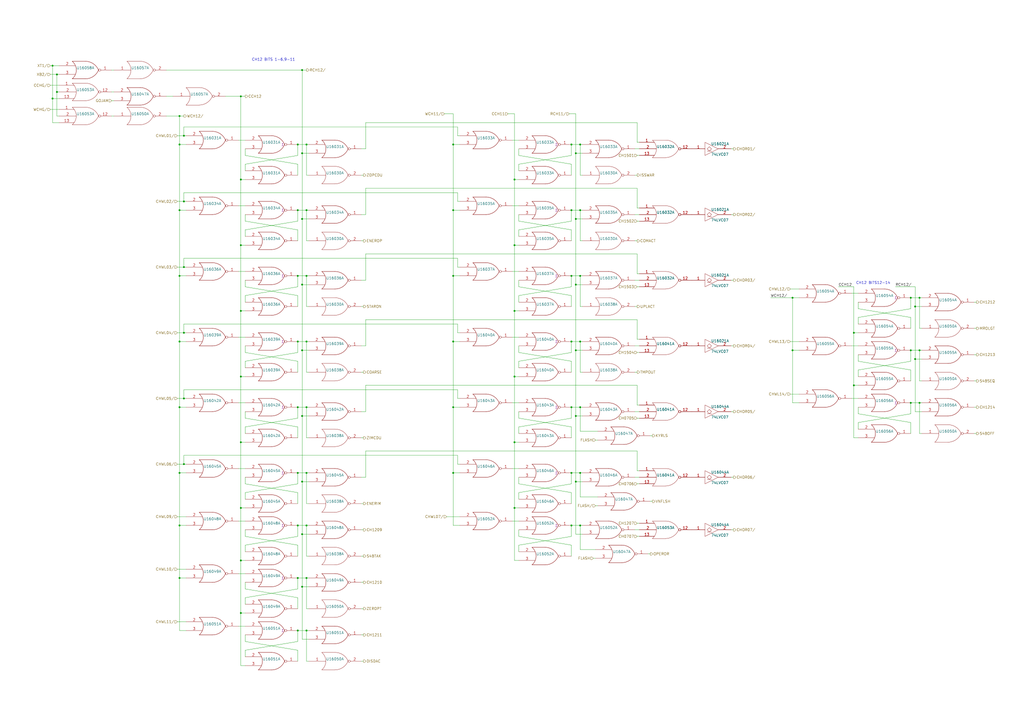
<source format=kicad_sch>
(kicad_sch (version 20211123) (generator eeschema)
  (paper "A2")
  (junction (at 177.8 83.82))
  (junction (at 334.01 203.2))
  (junction (at 175.26 127))
  (junction (at 104.14 274.32))
  (junction (at 262.89 83.82))
  (junction (at 533.4 172.72))
  (junction (at 331.47 160.02))
  (junction (at 172.72 236.22))
  (junction (at 177.8 335.28))
  (junction (at 331.47 121.92))
  (junction (at 30.48 38.1))
  (junction (at 334.01 241.3))
  (junction (at 334.01 279.4))
  (junction (at 175.26 309.88))
  (junction (at 298.45 256.54))
  (junction (at 298.45 104.14))
  (junction (at 30.48 57.15))
  (junction (at 177.8 198.12))
  (junction (at 528.32 233.68))
  (junction (at 139.7 218.44))
  (junction (at 298.45 294.64))
  (junction (at 336.55 83.82))
  (junction (at 331.47 83.82))
  (junction (at 106.68 269.24))
  (junction (at 459.74 172.72))
  (junction (at 172.72 365.76))
  (junction (at 175.26 40.64))
  (junction (at 172.72 274.32))
  (junction (at 104.14 67.31))
  (junction (at 298.45 142.24))
  (junction (at 139.7 142.24))
  (junction (at 336.55 274.32))
  (junction (at 262.89 121.92))
  (junction (at 104.14 198.12))
  (junction (at 495.3 193.04))
  (junction (at 262.89 160.02))
  (junction (at 334.01 127))
  (junction (at 336.55 121.92))
  (junction (at 139.7 104.14))
  (junction (at 177.8 160.02))
  (junction (at 298.45 218.44))
  (junction (at 336.55 304.8))
  (junction (at 139.7 325.12))
  (junction (at 175.26 279.4))
  (junction (at 177.8 274.32))
  (junction (at 331.47 274.32))
  (junction (at 175.26 165.1))
  (junction (at 172.72 160.02))
  (junction (at 528.32 172.72))
  (junction (at 106.68 231.14))
  (junction (at 262.89 274.32))
  (junction (at 106.68 116.84))
  (junction (at 533.4 203.2))
  (junction (at 139.7 256.54))
  (junction (at 172.72 198.12))
  (junction (at 262.89 236.22))
  (junction (at 172.72 83.82))
  (junction (at 175.26 88.9))
  (junction (at 495.3 223.52))
  (junction (at 334.01 88.9))
  (junction (at 172.72 121.92))
  (junction (at 33.02 53.34))
  (junction (at 530.86 208.28))
  (junction (at 331.47 304.8))
  (junction (at 172.72 304.8))
  (junction (at 336.55 160.02))
  (junction (at 177.8 304.8))
  (junction (at 336.55 198.12))
  (junction (at 175.26 203.2))
  (junction (at 530.86 177.8))
  (junction (at 533.4 233.68))
  (junction (at 104.14 335.28))
  (junction (at 331.47 198.12))
  (junction (at 33.02 43.18))
  (junction (at 139.7 355.6))
  (junction (at 104.14 121.92))
  (junction (at 104.14 236.22))
  (junction (at 298.45 180.34))
  (junction (at 331.47 236.22))
  (junction (at 106.68 193.04))
  (junction (at 139.7 294.64))
  (junction (at 528.32 203.2))
  (junction (at 104.14 160.02))
  (junction (at 106.68 78.74))
  (junction (at 177.8 365.76))
  (junction (at 459.74 203.2))
  (junction (at 175.26 241.3))
  (junction (at 175.26 340.36))
  (junction (at 262.89 198.12))
  (junction (at 104.14 83.82))
  (junction (at 177.8 236.22))
  (junction (at 139.7 55.88))
  (junction (at 177.8 121.92))
  (junction (at 139.7 180.34))
  (junction (at 334.01 165.1))
  (junction (at 106.68 154.94))
  (junction (at 172.72 335.28))
  (junction (at 336.55 236.22))
  (junction (at 104.14 304.8))
  (wire (pts (xy 369.57 120.65) (xy 370.84 120.65)))
  (wire (pts (xy 331.47 166.37) (xy 300.99 171.45)))
  (wire (pts (xy 104.14 160.02) (xy 104.14 198.12)))
  (wire (pts (xy 370.84 204.47) (xy 369.57 204.47)))
  (wire (pts (xy 106.68 193.04) (xy 106.68 187.96)))
  (wire (pts (xy 331.47 292.1) (xy 331.47 285.75)))
  (wire (pts (xy 447.04 172.72) (xy 459.74 172.72)))
  (wire (pts (xy 370.84 238.76) (xy 368.3 238.76)))
  (wire (pts (xy 104.14 236.22) (xy 104.14 274.32)))
  (wire (pts (xy 331.47 198.12) (xy 331.47 204.47)))
  (wire (pts (xy 106.68 269.24) (xy 106.68 264.16)))
  (wire (pts (xy 566.42 175.26) (xy 565.15 175.26)))
  (wire (pts (xy 331.47 139.7) (xy 331.47 133.35)))
  (wire (pts (xy 533.4 172.72) (xy 534.67 172.72)))
  (wire (pts (xy 102.87 269.24) (xy 106.68 269.24)))
  (wire (pts (xy 459.74 233.68) (xy 463.55 233.68)))
  (wire (pts (xy 104.14 198.12) (xy 104.14 236.22)))
  (wire (pts (xy 139.7 180.34) (xy 142.24 180.34)))
  (wire (pts (xy 331.47 274.32) (xy 331.47 280.67)))
  (wire (pts (xy 175.26 88.9) (xy 179.07 88.9)))
  (wire (pts (xy 212.09 200.66) (xy 212.09 185.42)))
  (wire (pts (xy 265.43 73.66) (xy 265.43 78.74)))
  (wire (pts (xy 142.24 133.35) (xy 142.24 137.16)))
  (wire (pts (xy 336.55 177.8) (xy 337.82 177.8)))
  (wire (pts (xy 138.43 195.58) (xy 142.24 195.58)))
  (wire (pts (xy 142.24 90.17) (xy 142.24 86.36)))
  (wire (pts (xy 142.24 166.37) (xy 142.24 162.56)))
  (wire (pts (xy 96.52 40.64) (xy 175.26 40.64)))
  (wire (pts (xy 142.24 247.65) (xy 142.24 251.46)))
  (wire (pts (xy 528.32 172.72) (xy 533.4 172.72)))
  (wire (pts (xy 331.47 83.82) (xy 331.47 90.17)))
  (wire (pts (xy 175.26 40.64) (xy 177.8 40.64)))
  (wire (pts (xy 106.68 116.84) (xy 107.95 116.84)))
  (wire (pts (xy 265.43 154.94) (xy 266.7 154.94)))
  (wire (pts (xy 106.68 111.76) (xy 265.43 111.76)))
  (wire (pts (xy 210.82 254) (xy 209.55 254)))
  (wire (pts (xy 369.57 109.22) (xy 369.57 120.65)))
  (wire (pts (xy 370.84 276.86) (xy 368.3 276.86)))
  (wire (pts (xy 459.74 172.72) (xy 459.74 203.2)))
  (wire (pts (xy 262.89 274.32) (xy 262.89 304.8)))
  (wire (pts (xy 495.3 166.37) (xy 486.41 166.37)))
  (wire (pts (xy 139.7 104.14) (xy 142.24 104.14)))
  (wire (pts (xy 106.68 78.74) (xy 106.68 73.66)))
  (wire (pts (xy 142.24 204.47) (xy 142.24 200.66)))
  (wire (pts (xy 566.42 205.74) (xy 565.15 205.74)))
  (wire (pts (xy 297.18 302.26) (xy 300.99 302.26)))
  (wire (pts (xy 331.47 311.15) (xy 300.99 316.23)))
  (wire (pts (xy 172.72 171.45) (xy 142.24 166.37)))
  (wire (pts (xy 177.8 83.82) (xy 177.8 101.6)))
  (wire (pts (xy 331.47 83.82) (xy 336.55 83.82)))
  (wire (pts (xy 297.18 195.58) (xy 300.99 195.58)))
  (wire (pts (xy 297.18 81.28) (xy 300.99 81.28)))
  (wire (pts (xy 336.55 101.6) (xy 337.82 101.6)))
  (wire (pts (xy 104.14 67.31) (xy 106.68 67.31)))
  (wire (pts (xy 138.43 157.48) (xy 142.24 157.48)))
  (wire (pts (xy 262.89 66.04) (xy 262.89 83.82)))
  (wire (pts (xy 262.89 198.12) (xy 266.7 198.12)))
  (wire (pts (xy 331.47 304.8) (xy 336.55 304.8)))
  (wire (pts (xy 130.81 55.88) (xy 139.7 55.88)))
  (wire (pts (xy 30.48 71.12) (xy 34.29 71.12)))
  (wire (pts (xy 172.72 274.32) (xy 177.8 274.32)))
  (wire (pts (xy 331.47 121.92) (xy 331.47 128.27)))
  (wire (pts (xy 331.47 198.12) (xy 336.55 198.12)))
  (wire (pts (xy 172.72 128.27) (xy 142.24 133.35)))
  (wire (pts (xy 142.24 95.25) (xy 142.24 99.06)))
  (wire (pts (xy 298.45 180.34) (xy 300.99 180.34)))
  (wire (pts (xy 336.55 83.82) (xy 337.82 83.82)))
  (wire (pts (xy 300.99 171.45) (xy 300.99 175.26)))
  (wire (pts (xy 262.89 66.04) (xy 257.81 66.04)))
  (wire (pts (xy 139.7 355.6) (xy 139.7 386.08)))
  (wire (pts (xy 139.7 325.12) (xy 139.7 355.6)))
  (wire (pts (xy 265.43 231.14) (xy 266.7 231.14)))
  (wire (pts (xy 497.84 184.15) (xy 497.84 187.96)))
  (wire (pts (xy 177.8 274.32) (xy 177.8 292.1)))
  (wire (pts (xy 104.14 274.32) (xy 104.14 304.8)))
  (wire (pts (xy 458.47 198.12) (xy 463.55 198.12)))
  (wire (pts (xy 530.86 166.37) (xy 519.43 166.37)))
  (wire (pts (xy 175.26 203.2) (xy 179.07 203.2)))
  (wire (pts (xy 212.09 238.76) (xy 212.09 223.52)))
  (wire (pts (xy 138.43 81.28) (xy 142.24 81.28)))
  (wire (pts (xy 336.55 250.19) (xy 346.71 250.19)))
  (wire (pts (xy 175.26 40.64) (xy 175.26 88.9)))
  (wire (pts (xy 212.09 109.22) (xy 369.57 109.22)))
  (wire (pts (xy 102.87 154.94) (xy 106.68 154.94)))
  (wire (pts (xy 172.72 121.92) (xy 177.8 121.92)))
  (wire (pts (xy 104.14 274.32) (xy 107.95 274.32)))
  (wire (pts (xy 172.72 247.65) (xy 142.24 242.57)))
  (wire (pts (xy 66.04 53.34) (xy 64.77 53.34)))
  (wire (pts (xy 336.55 274.32) (xy 336.55 288.29)))
  (wire (pts (xy 530.86 177.8) (xy 534.67 177.8)))
  (wire (pts (xy 172.72 121.92) (xy 172.72 128.27)))
  (wire (pts (xy 172.72 377.19) (xy 142.24 372.11)))
  (wire (pts (xy 528.32 220.98) (xy 528.32 214.63)))
  (wire (pts (xy 102.87 360.68) (xy 107.95 360.68)))
  (wire (pts (xy 212.09 86.36) (xy 212.09 71.12)))
  (wire (pts (xy 300.99 90.17) (xy 300.99 86.36)))
  (wire (pts (xy 177.8 236.22) (xy 179.07 236.22)))
  (wire (pts (xy 139.7 180.34) (xy 139.7 218.44)))
  (wire (pts (xy 33.02 67.31) (xy 34.29 67.31)))
  (wire (pts (xy 458.47 167.64) (xy 463.55 167.64)))
  (wire (pts (xy 265.43 111.76) (xy 265.43 116.84)))
  (wire (pts (xy 369.57 215.9) (xy 368.3 215.9)))
  (wire (pts (xy 142.24 171.45) (xy 142.24 175.26)))
  (wire (pts (xy 96.52 55.88) (xy 100.33 55.88)))
  (wire (pts (xy 566.42 236.22) (xy 565.15 236.22)))
  (wire (pts (xy 331.47 274.32) (xy 336.55 274.32)))
  (wire (pts (xy 300.99 204.47) (xy 300.99 200.66)))
  (wire (pts (xy 331.47 247.65) (xy 300.99 242.57)))
  (wire (pts (xy 104.14 335.28) (xy 104.14 365.76)))
  (wire (pts (xy 142.24 346.71) (xy 142.24 350.52)))
  (wire (pts (xy 177.8 121.92) (xy 177.8 139.7)))
  (wire (pts (xy 102.87 330.2) (xy 107.95 330.2)))
  (wire (pts (xy 104.14 160.02) (xy 107.95 160.02)))
  (wire (pts (xy 369.57 82.55) (xy 370.84 82.55)))
  (wire (pts (xy 139.7 294.64) (xy 139.7 325.12)))
  (wire (pts (xy 300.99 133.35) (xy 300.99 137.16)))
  (wire (pts (xy 212.09 162.56) (xy 212.09 147.32)))
  (wire (pts (xy 34.29 49.53) (xy 29.21 49.53)))
  (wire (pts (xy 336.55 198.12) (xy 336.55 215.9)))
  (wire (pts (xy 177.8 121.92) (xy 179.07 121.92)))
  (wire (pts (xy 369.57 147.32) (xy 369.57 158.75)))
  (wire (pts (xy 212.09 223.52) (xy 369.57 223.52)))
  (wire (pts (xy 298.45 218.44) (xy 298.45 256.54)))
  (wire (pts (xy 262.89 236.22) (xy 262.89 274.32)))
  (wire (pts (xy 210.82 215.9) (xy 209.55 215.9)))
  (wire (pts (xy 331.47 171.45) (xy 300.99 166.37)))
  (wire (pts (xy 177.8 139.7) (xy 179.07 139.7)))
  (wire (pts (xy 175.26 279.4) (xy 175.26 309.88)))
  (wire (pts (xy 139.7 104.14) (xy 139.7 142.24)))
  (wire (pts (xy 459.74 203.2) (xy 459.74 233.68)))
  (wire (pts (xy 334.01 165.1) (xy 334.01 203.2)))
  (wire (pts (xy 172.72 236.22) (xy 172.72 242.57)))
  (wire (pts (xy 102.87 231.14) (xy 106.68 231.14)))
  (wire (pts (xy 172.72 166.37) (xy 142.24 171.45)))
  (wire (pts (xy 138.43 363.22) (xy 142.24 363.22)))
  (wire (pts (xy 29.21 43.18) (xy 33.02 43.18)))
  (wire (pts (xy 104.14 121.92) (xy 104.14 160.02)))
  (wire (pts (xy 66.04 58.42) (xy 64.77 58.42)))
  (wire (pts (xy 495.3 166.37) (xy 495.3 193.04)))
  (wire (pts (xy 34.29 63.5) (xy 29.21 63.5)))
  (wire (pts (xy 175.26 370.84) (xy 179.07 370.84)))
  (wire (pts (xy 533.4 233.68) (xy 534.67 233.68)))
  (wire (pts (xy 172.72 304.8) (xy 172.72 311.15)))
  (wire (pts (xy 172.72 133.35) (xy 142.24 128.27)))
  (wire (pts (xy 265.43 116.84) (xy 266.7 116.84)))
  (wire (pts (xy 334.01 279.4) (xy 337.82 279.4)))
  (wire (pts (xy 177.8 365.76) (xy 179.07 365.76)))
  (wire (pts (xy 30.48 57.15) (xy 30.48 71.12)))
  (wire (pts (xy 106.68 154.94) (xy 106.68 149.86)))
  (wire (pts (xy 528.32 240.03) (xy 497.84 245.11)))
  (wire (pts (xy 377.19 321.31) (xy 375.92 321.31)))
  (wire (pts (xy 528.32 203.2) (xy 533.4 203.2)))
  (wire (pts (xy 331.47 121.92) (xy 336.55 121.92)))
  (wire (pts (xy 142.24 341.63) (xy 142.24 337.82)))
  (wire (pts (xy 142.24 311.15) (xy 142.24 307.34)))
  (wire (pts (xy 497.84 209.55) (xy 497.84 205.74)))
  (wire (pts (xy 172.72 335.28) (xy 172.72 341.63)))
  (wire (pts (xy 265.43 193.04) (xy 266.7 193.04)))
  (wire (pts (xy 528.32 214.63) (xy 497.84 209.55)))
  (wire (pts (xy 172.72 365.76) (xy 177.8 365.76)))
  (wire (pts (xy 370.84 307.34) (xy 368.3 307.34)))
  (wire (pts (xy 177.8 177.8) (xy 179.07 177.8)))
  (wire (pts (xy 172.72 204.47) (xy 142.24 209.55)))
  (wire (pts (xy 458.47 228.6) (xy 463.55 228.6)))
  (wire (pts (xy 175.26 279.4) (xy 179.07 279.4)))
  (wire (pts (xy 495.3 223.52) (xy 495.3 254)))
  (wire (pts (xy 265.43 78.74) (xy 266.7 78.74)))
  (wire (pts (xy 530.86 208.28) (xy 530.86 238.76)))
  (wire (pts (xy 530.86 177.8) (xy 530.86 208.28)))
  (wire (pts (xy 172.72 311.15) (xy 142.24 316.23)))
  (wire (pts (xy 298.45 256.54) (xy 298.45 294.64)))
  (wire (pts (xy 300.99 316.23) (xy 300.99 320.04)))
  (wire (pts (xy 142.24 316.23) (xy 142.24 320.04)))
  (wire (pts (xy 33.02 53.34) (xy 34.29 53.34)))
  (wire (pts (xy 175.26 241.3) (xy 179.07 241.3)))
  (wire (pts (xy 300.99 209.55) (xy 300.99 213.36)))
  (wire (pts (xy 369.57 71.12) (xy 369.57 82.55)))
  (wire (pts (xy 142.24 377.19) (xy 142.24 381)))
  (wire (pts (xy 370.84 128.27) (xy 369.57 128.27)))
  (wire (pts (xy 106.68 154.94) (xy 107.95 154.94)))
  (wire (pts (xy 172.72 95.25) (xy 142.24 90.17)))
  (wire (pts (xy 139.7 355.6) (xy 142.24 355.6)))
  (wire (pts (xy 298.45 104.14) (xy 298.45 142.24)))
  (wire (pts (xy 177.8 254) (xy 179.07 254)))
  (wire (pts (xy 33.02 53.34) (xy 33.02 67.31)))
  (wire (pts (xy 331.47 236.22) (xy 331.47 242.57)))
  (wire (pts (xy 177.8 198.12) (xy 177.8 215.9)))
  (wire (pts (xy 331.47 236.22) (xy 336.55 236.22)))
  (wire (pts (xy 262.89 160.02) (xy 262.89 198.12)))
  (wire (pts (xy 334.01 203.2) (xy 337.82 203.2)))
  (wire (pts (xy 300.99 104.14) (xy 298.45 104.14)))
  (wire (pts (xy 300.99 166.37) (xy 300.99 162.56)))
  (wire (pts (xy 336.55 318.77) (xy 345.44 318.77)))
  (wire (pts (xy 104.14 335.28) (xy 107.95 335.28)))
  (wire (pts (xy 106.68 78.74) (xy 107.95 78.74)))
  (wire (pts (xy 106.68 264.16) (xy 265.43 264.16)))
  (wire (pts (xy 139.7 218.44) (xy 142.24 218.44)))
  (wire (pts (xy 139.7 294.64) (xy 142.24 294.64)))
  (wire (pts (xy 106.68 231.14) (xy 106.68 226.06)))
  (wire (pts (xy 106.68 187.96) (xy 265.43 187.96)))
  (wire (pts (xy 300.99 95.25) (xy 300.99 99.06)))
  (wire (pts (xy 139.7 218.44) (xy 139.7 256.54)))
  (wire (pts (xy 210.82 368.3) (xy 209.55 368.3)))
  (wire (pts (xy 106.68 149.86) (xy 265.43 149.86)))
  (wire (pts (xy 106.68 116.84) (xy 106.68 111.76)))
  (wire (pts (xy 212.09 124.46) (xy 212.09 109.22)))
  (wire (pts (xy 177.8 83.82) (xy 179.07 83.82)))
  (wire (pts (xy 495.3 193.04) (xy 497.84 193.04)))
  (wire (pts (xy 369.57 177.8) (xy 368.3 177.8)))
  (wire (pts (xy 533.4 233.68) (xy 533.4 251.46)))
  (wire (pts (xy 209.55 124.46) (xy 212.09 124.46)))
  (wire (pts (xy 104.14 121.92) (xy 107.95 121.92)))
  (wire (pts (xy 331.47 322.58) (xy 331.47 316.23)))
  (wire (pts (xy 334.01 66.04) (xy 334.01 88.9)))
  (wire (pts (xy 104.14 304.8) (xy 104.14 335.28)))
  (wire (pts (xy 210.82 322.58) (xy 209.55 322.58)))
  (wire (pts (xy 528.32 233.68) (xy 533.4 233.68)))
  (wire (pts (xy 297.18 119.38) (xy 300.99 119.38)))
  (wire (pts (xy 172.72 316.23) (xy 142.24 311.15)))
  (wire (pts (xy 64.77 40.64) (xy 66.04 40.64)))
  (wire (pts (xy 212.09 71.12) (xy 369.57 71.12)))
  (wire (pts (xy 530.86 238.76) (xy 534.67 238.76)))
  (wire (pts (xy 336.55 160.02) (xy 336.55 177.8)))
  (wire (pts (xy 107.95 83.82) (xy 104.14 83.82)))
  (wire (pts (xy 495.3 223.52) (xy 497.84 223.52)))
  (wire (pts (xy 139.7 142.24) (xy 142.24 142.24)))
  (wire (pts (xy 172.72 341.63) (xy 142.24 346.71)))
  (wire (pts (xy 102.87 116.84) (xy 106.68 116.84)))
  (wire (pts (xy 346.71 293.37) (xy 345.44 293.37)))
  (wire (pts (xy 331.47 133.35) (xy 300.99 128.27)))
  (wire (pts (xy 212.09 276.86) (xy 212.09 261.62)))
  (wire (pts (xy 139.7 325.12) (xy 142.24 325.12)))
  (wire (pts (xy 172.72 372.11) (xy 142.24 377.19)))
  (wire (pts (xy 172.72 274.32) (xy 172.72 280.67)))
  (wire (pts (xy 370.84 242.57) (xy 369.57 242.57)))
  (wire (pts (xy 175.26 309.88) (xy 175.26 340.36)))
  (wire (pts (xy 96.52 67.31) (xy 104.14 67.31)))
  (wire (pts (xy 528.32 179.07) (xy 497.84 184.15)))
  (wire (pts (xy 533.4 203.2) (xy 534.67 203.2)))
  (wire (pts (xy 33.02 43.18) (xy 33.02 53.34)))
  (wire (pts (xy 298.45 218.44) (xy 300.99 218.44)))
  (wire (pts (xy 142.24 242.57) (xy 142.24 238.76)))
  (wire (pts (xy 533.4 172.72) (xy 533.4 190.5)))
  (wire (pts (xy 331.47 280.67) (xy 300.99 285.75)))
  (wire (pts (xy 334.01 241.3) (xy 334.01 279.4)))
  (wire (pts (xy 424.18 307.34) (xy 425.45 307.34)))
  (wire (pts (xy 212.09 261.62) (xy 369.57 261.62)))
  (wire (pts (xy 210.82 337.82) (xy 209.55 337.82)))
  (wire (pts (xy 210.82 292.1) (xy 209.55 292.1)))
  (wire (pts (xy 102.87 78.74) (xy 106.68 78.74)))
  (wire (pts (xy 334.01 309.88) (xy 337.82 309.88)))
  (wire (pts (xy 262.89 121.92) (xy 262.89 160.02)))
  (wire (pts (xy 334.01 88.9) (xy 334.01 127)))
  (wire (pts (xy 346.71 255.27) (xy 345.44 255.27)))
  (wire (pts (xy 172.72 242.57) (xy 142.24 247.65)))
  (wire (pts (xy 369.57 196.85) (xy 370.84 196.85)))
  (wire (pts (xy 331.47 285.75) (xy 300.99 280.67)))
  (wire (pts (xy 104.14 236.22) (xy 107.95 236.22)))
  (wire (pts (xy 334.01 203.2) (xy 334.01 241.3)))
  (wire (pts (xy 177.8 160.02) (xy 177.8 177.8)))
  (wire (pts (xy 497.84 214.63) (xy 497.84 218.44)))
  (wire (pts (xy 212.09 185.42) (xy 369.57 185.42)))
  (wire (pts (xy 177.8 322.58) (xy 179.07 322.58)))
  (wire (pts (xy 265.43 149.86) (xy 265.43 154.94)))
  (wire (pts (xy 106.68 226.06) (xy 265.43 226.06)))
  (wire (pts (xy 370.84 124.46) (xy 368.3 124.46)))
  (wire (pts (xy 331.47 160.02) (xy 331.47 166.37)))
  (wire (pts (xy 566.42 251.46) (xy 565.15 251.46)))
  (wire (pts (xy 175.26 127) (xy 175.26 165.1)))
  (wire (pts (xy 530.86 208.28) (xy 534.67 208.28)))
  (wire (pts (xy 494.03 200.66) (xy 497.84 200.66)))
  (wire (pts (xy 139.7 55.88) (xy 139.7 104.14)))
  (wire (pts (xy 210.82 139.7) (xy 209.55 139.7)))
  (wire (pts (xy 300.99 280.67) (xy 300.99 276.86)))
  (wire (pts (xy 337.82 127) (xy 334.01 127)))
  (wire (pts (xy 138.43 271.78) (xy 142.24 271.78)))
  (wire (pts (xy 209.55 162.56) (xy 212.09 162.56)))
  (wire (pts (xy 334.01 127) (xy 334.01 165.1)))
  (wire (pts (xy 298.45 294.64) (xy 300.99 294.64)))
  (wire (pts (xy 172.72 90.17) (xy 142.24 95.25)))
  (wire (pts (xy 177.8 335.28) (xy 179.07 335.28)))
  (wire (pts (xy 334.01 279.4) (xy 334.01 309.88)))
  (wire (pts (xy 378.46 290.83) (xy 377.19 290.83)))
  (wire (pts (xy 139.7 142.24) (xy 139.7 180.34)))
  (wire (pts (xy 370.84 166.37) (xy 369.57 166.37)))
  (wire (pts (xy 175.26 165.1) (xy 175.26 203.2)))
  (wire (pts (xy 370.84 280.67) (xy 369.57 280.67)))
  (wire (pts (xy 566.42 220.98) (xy 565.15 220.98)))
  (wire (pts (xy 336.55 288.29) (xy 346.71 288.29)))
  (wire (pts (xy 106.68 193.04) (xy 107.95 193.04)))
  (wire (pts (xy 424.18 238.76) (xy 425.45 238.76)))
  (wire (pts (xy 265.43 226.06) (xy 265.43 231.14)))
  (wire (pts (xy 262.89 198.12) (xy 262.89 236.22)))
  (wire (pts (xy 177.8 365.76) (xy 177.8 383.54)))
  (wire (pts (xy 336.55 236.22) (xy 336.55 250.19)))
  (wire (pts (xy 331.47 215.9) (xy 331.47 209.55)))
  (wire (pts (xy 102.87 193.04) (xy 106.68 193.04)))
  (wire (pts (xy 369.57 223.52) (xy 369.57 234.95)))
  (wire (pts (xy 336.55 121.92) (xy 336.55 139.7)))
  (wire (pts (xy 172.72 254) (xy 172.72 247.65)))
  (wire (pts (xy 210.82 101.6) (xy 209.55 101.6)))
  (wire (pts (xy 172.72 198.12) (xy 172.72 204.47)))
  (wire (pts (xy 265.43 269.24) (xy 266.7 269.24)))
  (wire (pts (xy 265.43 187.96) (xy 265.43 193.04)))
  (wire (pts (xy 172.72 160.02) (xy 177.8 160.02)))
  (wire (pts (xy 210.82 383.54) (xy 209.55 383.54)))
  (wire (pts (xy 369.57 234.95) (xy 370.84 234.95)))
  (wire (pts (xy 370.84 200.66) (xy 368.3 200.66)))
  (wire (pts (xy 106.68 231.14) (xy 107.95 231.14)))
  (wire (pts (xy 104.14 67.31) (xy 104.14 83.82)))
  (wire (pts (xy 172.72 139.7) (xy 172.72 133.35)))
  (wire (pts (xy 528.32 203.2) (xy 528.32 209.55)))
  (wire (pts (xy 533.4 203.2) (xy 533.4 220.98)))
  (wire (pts (xy 30.48 57.15) (xy 34.29 57.15)))
  (wire (pts (xy 175.26 127) (xy 179.07 127)))
  (wire (pts (xy 336.55 304.8) (xy 337.82 304.8)))
  (wire (pts (xy 172.72 101.6) (xy 172.72 95.25)))
  (wire (pts (xy 172.72 346.71) (xy 142.24 341.63)))
  (wire (pts (xy 175.26 241.3) (xy 175.26 279.4)))
  (wire (pts (xy 142.24 209.55) (xy 142.24 213.36)))
  (wire (pts (xy 33.02 43.18) (xy 34.29 43.18)))
  (wire (pts (xy 459.74 203.2) (xy 463.55 203.2)))
  (wire (pts (xy 177.8 292.1) (xy 179.07 292.1)))
  (wire (pts (xy 262.89 304.8) (xy 266.7 304.8)))
  (wire (pts (xy 336.55 274.32) (xy 337.82 274.32)))
  (wire (pts (xy 262.89 83.82) (xy 262.89 121.92)))
  (wire (pts (xy 142.24 285.75) (xy 142.24 289.56)))
  (wire (pts (xy 265.43 264.16) (xy 265.43 269.24)))
  (wire (pts (xy 370.84 90.17) (xy 369.57 90.17)))
  (wire (pts (xy 172.72 322.58) (xy 172.72 316.23)))
  (wire (pts (xy 533.4 251.46) (xy 534.67 251.46)))
  (wire (pts (xy 528.32 184.15) (xy 497.84 179.07)))
  (wire (pts (xy 172.72 353.06) (xy 172.72 346.71)))
  (wire (pts (xy 345.44 323.85) (xy 344.17 323.85)))
  (wire (pts (xy 528.32 245.11) (xy 497.84 240.03)))
  (wire (pts (xy 370.84 162.56) (xy 368.3 162.56)))
  (wire (pts (xy 300.99 311.15) (xy 300.99 307.34)))
  (wire (pts (xy 172.72 292.1) (xy 172.72 285.75)))
  (wire (pts (xy 528.32 209.55) (xy 497.84 214.63)))
  (wire (pts (xy 459.74 172.72) (xy 463.55 172.72)))
  (wire (pts (xy 497.84 179.07) (xy 497.84 175.26)))
  (wire (pts (xy 177.8 304.8) (xy 179.07 304.8)))
  (wire (pts (xy 369.57 261.62) (xy 369.57 273.05)))
  (wire (pts (xy 175.26 88.9) (xy 175.26 127)))
  (wire (pts (xy 104.14 83.82) (xy 104.14 121.92)))
  (wire (pts (xy 300.99 128.27) (xy 300.99 124.46)))
  (wire (pts (xy 298.45 66.04) (xy 298.45 104.14)))
  (wire (pts (xy 369.57 101.6) (xy 368.3 101.6)))
  (wire (pts (xy 300.99 247.65) (xy 300.99 251.46)))
  (wire (pts (xy 528.32 251.46) (xy 528.32 245.11)))
  (wire (pts (xy 331.47 316.23) (xy 300.99 311.15)))
  (wire (pts (xy 369.57 185.42) (xy 369.57 196.85)))
  (wire (pts (xy 30.48 38.1) (xy 34.29 38.1)))
  (wire (pts (xy 177.8 304.8) (xy 177.8 322.58)))
  (wire (pts (xy 298.45 294.64) (xy 298.45 325.12)))
  (wire (pts (xy 139.7 55.88) (xy 142.24 55.88)))
  (wire (pts (xy 175.26 165.1) (xy 179.07 165.1)))
  (wire (pts (xy 106.68 269.24) (xy 107.95 269.24)))
  (wire (pts (xy 336.55 215.9) (xy 337.82 215.9)))
  (wire (pts (xy 298.45 142.24) (xy 298.45 180.34)))
  (wire (pts (xy 106.68 73.66) (xy 265.43 73.66)))
  (wire (pts (xy 297.18 157.48) (xy 300.99 157.48)))
  (wire (pts (xy 262.89 121.92) (xy 266.7 121.92)))
  (wire (pts (xy 336.55 121.92) (xy 337.82 121.92)))
  (wire (pts (xy 378.46 252.73) (xy 377.19 252.73)))
  (wire (pts (xy 209.55 276.86) (xy 212.09 276.86)))
  (wire (pts (xy 64.77 67.31) (xy 66.04 67.31)))
  (wire (pts (xy 298.45 256.54) (xy 300.99 256.54)))
  (wire (pts (xy 177.8 215.9) (xy 179.07 215.9)))
  (wire (pts (xy 528.32 190.5) (xy 528.32 184.15)))
  (wire (pts (xy 494.03 231.14) (xy 497.84 231.14)))
  (wire (pts (xy 331.47 177.8) (xy 331.47 171.45)))
  (wire (pts (xy 138.43 302.26) (xy 142.24 302.26)))
  (wire (pts (xy 209.55 200.66) (xy 212.09 200.66)))
  (wire (pts (xy 334.01 88.9) (xy 337.82 88.9)))
  (wire (pts (xy 331.47 254) (xy 331.47 247.65)))
  (wire (pts (xy 262.89 274.32) (xy 266.7 274.32)))
  (wire (pts (xy 172.72 304.8) (xy 177.8 304.8)))
  (wire (pts (xy 334.01 66.04) (xy 330.2 66.04)))
  (wire (pts (xy 298.45 325.12) (xy 300.99 325.12)))
  (wire (pts (xy 172.72 83.82) (xy 177.8 83.82)))
  (wire (pts (xy 104.14 198.12) (xy 107.95 198.12)))
  (wire (pts (xy 172.72 160.02) (xy 172.72 166.37)))
  (wire (pts (xy 209.55 86.36) (xy 212.09 86.36)))
  (wire (pts (xy 172.72 198.12) (xy 177.8 198.12)))
  (wire (pts (xy 370.84 311.15) (xy 369.57 311.15)))
  (wire (pts (xy 424.18 124.46) (xy 425.45 124.46)))
  (wire (pts (xy 298.45 66.04) (xy 294.64 66.04)))
  (wire (pts (xy 177.8 383.54) (xy 179.07 383.54)))
  (wire (pts (xy 331.47 209.55) (xy 300.99 204.47)))
  (wire (pts (xy 172.72 177.8) (xy 172.72 171.45)))
  (wire (pts (xy 177.8 335.28) (xy 177.8 353.06)))
  (wire (pts (xy 336.55 198.12) (xy 337.82 198.12)))
  (wire (pts (xy 369.57 273.05) (xy 370.84 273.05)))
  (wire (pts (xy 369.57 303.53) (xy 370.84 303.53)))
  (wire (pts (xy 331.47 128.27) (xy 300.99 133.35)))
  (wire (pts (xy 336.55 304.8) (xy 336.55 318.77)))
  (wire (pts (xy 533.4 190.5) (xy 534.67 190.5)))
  (wire (pts (xy 102.87 299.72) (xy 107.95 299.72)))
  (wire (pts (xy 138.43 332.74) (xy 142.24 332.74)))
  (wire (pts (xy 336.55 83.82) (xy 336.55 101.6)))
  (wire (pts (xy 298.45 142.24) (xy 300.99 142.24)))
  (wire (pts (xy 172.72 335.28) (xy 177.8 335.28)))
  (wire (pts (xy 210.82 307.34) (xy 209.55 307.34)))
  (wire (pts (xy 369.57 158.75) (xy 370.84 158.75)))
  (wire (pts (xy 336.55 160.02) (xy 337.82 160.02)))
  (wire (pts (xy 177.8 274.32) (xy 179.07 274.32)))
  (wire (pts (xy 177.8 160.02) (xy 179.07 160.02)))
  (wire (pts (xy 29.21 38.1) (xy 30.48 38.1)))
  (wire (pts (xy 175.26 309.88) (xy 179.07 309.88)))
  (wire (pts (xy 104.14 304.8) (xy 107.95 304.8)))
  (wire (pts (xy 297.18 233.68) (xy 300.99 233.68)))
  (wire (pts (xy 175.26 340.36) (xy 175.26 370.84)))
  (wire (pts (xy 497.84 240.03) (xy 497.84 236.22)))
  (wire (pts (xy 266.7 299.72) (xy 259.08 299.72)))
  (wire (pts (xy 424.18 86.36) (xy 425.45 86.36)))
  (wire (pts (xy 331.47 101.6) (xy 331.47 95.25)))
  (wire (pts (xy 138.43 233.68) (xy 142.24 233.68)))
  (wire (pts (xy 142.24 372.11) (xy 142.24 368.3)))
  (wire (pts (xy 331.47 95.25) (xy 300.99 90.17)))
  (wire (pts (xy 172.72 215.9) (xy 172.72 209.55)))
  (wire (pts (xy 424.18 162.56) (xy 425.45 162.56)))
  (wire (pts (xy 336.55 236.22) (xy 337.82 236.22)))
  (wire (pts (xy 528.32 233.68) (xy 528.32 240.03)))
  (wire (pts (xy 298.45 180.34) (xy 298.45 218.44)))
  (wire (pts (xy 175.26 340.36) (xy 179.07 340.36)))
  (wire (pts (xy 210.82 353.06) (xy 209.55 353.06)))
  (wire (pts (xy 495.3 193.04) (xy 495.3 223.52)))
  (wire (pts (xy 172.72 280.67) (xy 142.24 285.75)))
  (wire (pts (xy 172.72 209.55) (xy 142.24 204.47)))
  (wire (pts (xy 177.8 101.6) (xy 179.07 101.6)))
  (wire (pts (xy 495.3 254) (xy 497.84 254)))
  (wire (pts (xy 138.43 119.38) (xy 142.24 119.38)))
  (wire (pts (xy 172.72 383.54) (xy 172.72 377.19)))
  (wire (pts (xy 139.7 256.54) (xy 139.7 294.64)))
  (wire (pts (xy 331.47 204.47) (xy 300.99 209.55)))
  (wire (pts (xy 528.32 172.72) (xy 528.32 179.07)))
  (wire (pts (xy 142.24 280.67) (xy 142.24 276.86)))
  (wire (pts (xy 300.99 285.75) (xy 300.99 289.56)))
  (wire (pts (xy 494.03 170.18) (xy 497.84 170.18)))
  (wire (pts (xy 30.48 38.1) (xy 30.48 57.15)))
  (wire (pts (xy 497.84 245.11) (xy 497.84 248.92)))
  (wire (pts (xy 175.26 203.2) (xy 175.26 241.3)))
  (wire (pts (xy 172.72 285.75) (xy 142.24 280.67)))
  (wire (pts (xy 530.86 166.37) (xy 530.86 177.8)))
  (wire (pts (xy 566.42 190.5) (xy 565.15 190.5)))
  (wire (pts (xy 104.14 365.76) (xy 107.95 365.76)))
  (wire (pts (xy 262.89 236.22) (xy 266.7 236.22)))
  (wire (pts (xy 177.8 198.12) (xy 179.07 198.12)))
  (wire (pts (xy 331.47 242.57) (xy 300.99 247.65)))
  (wire (pts (xy 331.47 304.8) (xy 331.47 311.15)))
  (wire (pts (xy 172.72 236.22) (xy 177.8 236.22)))
  (wire (pts (xy 262.89 160.02) (xy 266.7 160.02)))
  (wire (pts (xy 177.8 353.06) (xy 179.07 353.06)))
  (wire (pts (xy 533.4 220.98) (xy 534.67 220.98)))
  (wire (pts (xy 370.84 86.36) (xy 368.3 86.36)))
  (wire (pts (xy 424.18 276.86) (xy 425.45 276.86)))
  (wire (pts (xy 336.55 139.7) (xy 337.82 139.7)))
  (wire (pts (xy 331.47 90.17) (xy 300.99 95.25)))
  (wire (pts (xy 297.18 271.78) (xy 300.99 271.78)))
  (wire (pts (xy 142.24 128.27) (xy 142.24 124.46)))
  (wire (pts (xy 212.09 147.32) (xy 369.57 147.32)))
  (wire (pts (xy 331.47 160.02) (xy 336.55 160.02)))
  (wire (pts (xy 300.99 242.57) (xy 300.99 238.76)))
  (wire (pts (xy 172.72 365.76) (xy 172.72 372.11)))
  (wire (pts (xy 210.82 177.8) (xy 209.55 177.8)))
  (wire (pts (xy 369.57 139.7) (xy 368.3 139.7)))
  (wire (pts (xy 172.72 83.82) (xy 172.72 90.17)))
  (wire (pts (xy 424.18 200.66) (xy 425.45 200.66)))
  (wire (pts (xy 209.55 238.76) (xy 212.09 238.76)))
  (wire (pts (xy 139.7 386.08) (xy 142.24 386.08)))
  (wire (pts (xy 334.01 241.3) (xy 337.82 241.3)))
  (wire (pts (xy 177.8 236.22) (xy 177.8 254)))
  (wire (pts (xy 262.89 83.82) (xy 266.7 83.82)))
  (wire (pts (xy 139.7 256.54) (xy 142.24 256.54)))
  (wire (pts (xy 334.01 165.1) (xy 337.82 165.1)))
  (text "CH12 BITS 1-6,9-11" (at 146.05 35.56 0) (effects (font (size 1.524 1.524)) (justify left bottom)))
  (text "CH12 BITS12-14" (at 496.57 165.1 0) (effects (font (size 1.524 1.524)) (justify left bottom)))
  (label "CCH12" (at 486.41 166.37 0) (effects (font (size 1.524 1.524))))
  (label "WCH12/" (at 447.04 172.72 0) (effects (font (size 1.524 1.524))))
  (label "RCH12/" (at 519.43 166.37 0) (effects (font (size 1.524 1.524))))
  (hierarchical_label "STARON" (shape output) (at 210.82 177.8 0) (effects (font (size 1.524 1.524))))
  (hierarchical_label "CH0706" (shape input) (at 369.57 280.67 180) (effects (font (size 1.524 1.524))))
  (hierarchical_label "CH0705" (shape input) (at 369.57 242.57 180) (effects (font (size 1.524 1.524))))
  (hierarchical_label "CH0707" (shape input) (at 369.57 311.15 180) (effects (font (size 1.524 1.524))))
  (hierarchical_label "FLASH" (shape input) (at 344.17 323.85 180) (effects (font (size 1.524 1.524))))
  (hierarchical_label "ZOPCDU" (shape output) (at 210.82 101.6 0) (effects (font (size 1.524 1.524))))
  (hierarchical_label "CHWL13/" (shape input) (at 458.47 198.12 180) (effects (font (size 1.524 1.524))))
  (hierarchical_label "CHWL03/" (shape input) (at 102.87 154.94 180) (effects (font (size 1.524 1.524))))
  (hierarchical_label "CH1213" (shape output) (at 566.42 205.74 0) (effects (font (size 1.524 1.524))))
  (hierarchical_label "CHWL09/" (shape input) (at 102.87 299.72 180) (effects (font (size 1.524 1.524))))
  (hierarchical_label "ZEROPT" (shape output) (at 210.82 353.06 0) (effects (font (size 1.524 1.524))))
  (hierarchical_label "CHOR03/" (shape output) (at 425.45 162.56 0) (effects (font (size 1.524 1.524))))
  (hierarchical_label "WCH11/" (shape input) (at 257.81 66.04 180) (effects (font (size 1.524 1.524))))
  (hierarchical_label "CHWL07/" (shape input) (at 259.08 299.72 180) (effects (font (size 1.524 1.524))))
  (hierarchical_label "CH1504" (shape input) (at 369.57 204.47 180) (effects (font (size 1.524 1.524))))
  (hierarchical_label "CH1503" (shape input) (at 369.57 166.37 180) (effects (font (size 1.524 1.524))))
  (hierarchical_label "OPEROR" (shape output) (at 377.19 321.31 0) (effects (font (size 1.524 1.524))))
  (hierarchical_label "CHOR02/" (shape output) (at 425.45 124.46 0) (effects (font (size 1.524 1.524))))
  (hierarchical_label "CHOR07/" (shape output) (at 425.45 307.34 0) (effects (font (size 1.524 1.524))))
  (hierarchical_label "COARSE" (shape output) (at 210.82 215.9 0) (effects (font (size 1.524 1.524))))
  (hierarchical_label "CHWL04/" (shape input) (at 102.87 193.04 180) (effects (font (size 1.524 1.524))))
  (hierarchical_label "CCH12" (shape output) (at 142.24 55.88 0) (effects (font (size 1.524 1.524))))
  (hierarchical_label "CH1209" (shape output) (at 210.82 307.34 0) (effects (font (size 1.524 1.524))))
  (hierarchical_label "RCH12/" (shape output) (at 177.8 40.64 0) (effects (font (size 1.524 1.524))))
  (hierarchical_label "VNFLSH" (shape output) (at 378.46 290.83 0) (effects (font (size 1.524 1.524))))
  (hierarchical_label "FLASH" (shape input) (at 345.44 255.27 180) (effects (font (size 1.524 1.524))))
  (hierarchical_label "CHOR05/" (shape output) (at 425.45 238.76 0) (effects (font (size 1.524 1.524))))
  (hierarchical_label "CHWL12/" (shape input) (at 458.47 167.64 180) (effects (font (size 1.524 1.524))))
  (hierarchical_label "XT1/" (shape input) (at 29.21 38.1 180) (effects (font (size 1.524 1.524))))
  (hierarchical_label "DISDAC" (shape output) (at 210.82 383.54 0) (effects (font (size 1.524 1.524))))
  (hierarchical_label "S4BSEQ" (shape output) (at 566.42 220.98 0) (effects (font (size 1.524 1.524))))
  (hierarchical_label "CHOR06/" (shape output) (at 425.45 276.86 0) (effects (font (size 1.524 1.524))))
  (hierarchical_label "CHWL11/" (shape input) (at 102.87 360.68 180) (effects (font (size 1.524 1.524))))
  (hierarchical_label "RCH11/" (shape input) (at 330.2 66.04 180) (effects (font (size 1.524 1.524))))
  (hierarchical_label "CCHG/" (shape input) (at 29.21 49.53 180) (effects (font (size 1.524 1.524))))
  (hierarchical_label "CH1502" (shape input) (at 369.57 128.27 180) (effects (font (size 1.524 1.524))))
  (hierarchical_label "CHOR04/" (shape output) (at 425.45 200.66 0) (effects (font (size 1.524 1.524))))
  (hierarchical_label "CHOR01/" (shape output) (at 425.45 86.36 0) (effects (font (size 1.524 1.524))))
  (hierarchical_label "MROLGT" (shape output) (at 566.42 190.5 0) (effects (font (size 1.524 1.524))))
  (hierarchical_label "XB2/" (shape input) (at 29.21 43.18 180) (effects (font (size 1.524 1.524))))
  (hierarchical_label "S4BTAK" (shape output) (at 210.82 322.58 0) (effects (font (size 1.524 1.524))))
  (hierarchical_label "ENERIM" (shape output) (at 210.82 292.1 0) (effects (font (size 1.524 1.524))))
  (hierarchical_label "S4BOFF" (shape output) (at 566.42 251.46 0) (effects (font (size 1.524 1.524))))
  (hierarchical_label "COMACT" (shape output) (at 369.57 139.7 0) (effects (font (size 1.524 1.524))))
  (hierarchical_label "ISSWAR" (shape output) (at 369.57 101.6 0) (effects (font (size 1.524 1.524))))
  (hierarchical_label "CH1212" (shape output) (at 566.42 175.26 0) (effects (font (size 1.524 1.524))))
  (hierarchical_label "CHWL10/" (shape input) (at 102.87 330.2 180) (effects (font (size 1.524 1.524))))
  (hierarchical_label "GOJAM" (shape input) (at 64.77 58.42 180) (effects (font (size 1.524 1.524))))
  (hierarchical_label "CCH11" (shape input) (at 294.64 66.04 180) (effects (font (size 1.524 1.524))))
  (hierarchical_label "WCH12/" (shape output) (at 106.68 67.31 0) (effects (font (size 1.524 1.524))))
  (hierarchical_label "CHWL06/" (shape input) (at 102.87 269.24 180) (effects (font (size 1.524 1.524))))
  (hierarchical_label "CHWL05/" (shape input) (at 102.87 231.14 180) (effects (font (size 1.524 1.524))))
  (hierarchical_label "FLASH/" (shape input) (at 345.44 293.37 180) (effects (font (size 1.524 1.524))))
  (hierarchical_label "CHWL02/" (shape input) (at 102.87 116.84 180) (effects (font (size 1.524 1.524))))
  (hierarchical_label "CH1210" (shape output) (at 210.82 337.82 0) (effects (font (size 1.524 1.524))))
  (hierarchical_label "WCHG/" (shape input) (at 29.21 63.5 180) (effects (font (size 1.524 1.524))))
  (hierarchical_label "UPLACT" (shape output) (at 369.57 177.8 0) (effects (font (size 1.524 1.524))))
  (hierarchical_label "ZIMCDU" (shape output) (at 210.82 254 0) (effects (font (size 1.524 1.524))))
  (hierarchical_label "CH1501" (shape input) (at 369.57 90.17 180) (effects (font (size 1.524 1.524))))
  (hierarchical_label "TMPOUT" (shape output) (at 369.57 215.9 0) (effects (font (size 1.524 1.524))))
  (hierarchical_label "CH1207" (shape input) (at 369.57 303.53 180) (effects (font (size 1.524 1.524))))
  (hierarchical_label "KYRLS" (shape output) (at 378.46 252.73 0) (effects (font (size 1.524 1.524))))
  (hierarchical_label "CHWL01/" (shape input) (at 102.87 78.74 180) (effects (font (size 1.524 1.524))))
  (hierarchical_label "ENEROP" (shape output) (at 210.82 139.7 0) (effects (font (size 1.524 1.524))))
  (hierarchical_label "CH1211" (shape output) (at 210.82 368.3 0) (effects (font (size 1.524 1.524))))
  (hierarchical_label "CH1214" (shape output) (at 566.42 236.22 0) (effects (font (size 1.524 1.524))))
  (hierarchical_label "CHWL14/" (shape input) (at 458.47 228.6 180) (effects (font (size 1.524 1.524))))
  (symbol (lib_id "agc_kicad_components:74HC02") (at 123.19 81.28 0)
    (property "Reference" "U16031" (at 123.19 80.01 0) (effects (font (size 1.524 1.524))))
    (property "Value" "74HC02" (effects hide))
  )
  (symbol (lib_id "agc_kicad_components:74HC02") (at 157.48 83.82 0)
    (property "Reference" "U16031" (at 157.48 82.55 0) (effects (font (size 1.524 1.524))))
    (property "Value" "74HC02" (effects hide))
    (property "Initial" "1" (at 163.83 83.82 0) (effects (font (size 1.524 1.524) italic)))
  )
  (symbol (lib_id "agc_kicad_components:74HC02") (at 157.48 101.6 0)
    (property "Reference" "U16031" (at 157.48 100.33 0) (effects (font (size 1.524 1.524))))
    (property "Value" "74HC02" (effects hide))
  )
  (symbol (lib_id "agc_kicad_components:74HC02") (at 194.31 86.36 0)
    (property "Reference" "U16031" (at 194.31 85.09 0) (effects (font (size 1.524 1.524))))
    (property "Value" "74HC02" (effects hide))
  )
  (symbol (lib_id "agc_kicad_components:74HC04") (at 194.31 101.6 0)
    (property "Reference" "U16030" (at 194.31 100.33 0) (effects (font (size 1.524 1.524))))
    (property "Value" "74HC04" (effects hide))
  )
  (symbol (lib_id "agc_kicad_components:74HC02") (at 281.94 81.28 0)
    (property "Reference" "U16033" (at 281.94 80.01 0) (effects (font (size 1.524 1.524))))
    (property "Value" "74HC02" (effects hide))
  )
  (symbol (lib_id "agc_kicad_components:74HC02") (at 316.23 83.82 0)
    (property "Reference" "U16033" (at 316.23 82.55 0) (effects (font (size 1.524 1.524))))
    (property "Value" "74HC02" (effects hide))
    (property "Initial" "1" (at 322.58 83.82 0) (effects (font (size 1.524 1.524) italic)))
  )
  (symbol (lib_id "agc_kicad_components:74HC02") (at 316.23 101.6 0)
    (property "Reference" "U16033" (at 316.23 100.33 0) (effects (font (size 1.524 1.524))))
    (property "Value" "74HC02" (effects hide))
  )
  (symbol (lib_id "agc_kicad_components:74HC02") (at 353.06 86.36 0)
    (property "Reference" "U16033" (at 353.06 85.09 0) (effects (font (size 1.524 1.524))))
    (property "Value" "74HC02" (effects hide))
  )
  (symbol (lib_id "agc_kicad_components:74HC04") (at 353.06 101.6 0)
    (property "Reference" "U16030" (at 353.06 100.33 0) (effects (font (size 1.524 1.524))))
    (property "Value" "74HC04" (effects hide))
  )
  (symbol (lib_id "agc_kicad_components:74HC27") (at 386.08 86.36 0)
    (property "Reference" "U16032" (at 386.08 85.09 0) (effects (font (size 1.524 1.524))))
    (property "Value" "74HC27" (effects hide))
  )
  (symbol (lib_id "agc_kicad_components:74LVC07") (at 412.75 86.36 0)
    (property "Reference" "U16021" (at 417.703 83.439 0) (effects (font (size 1.524 1.524))))
    (property "Value" "74LVC07" (at 417.576 89.535 0) (effects (font (size 1.524 1.524))))
  )
  (symbol (lib_id "agc_kicad_components:74HC02") (at 123.19 119.38 0)
    (property "Reference" "U16034" (at 123.19 118.11 0) (effects (font (size 1.524 1.524))))
    (property "Value" "74HC02" (effects hide))
  )
  (symbol (lib_id "agc_kicad_components:74HC02") (at 157.48 121.92 0)
    (property "Reference" "U16034" (at 157.48 120.65 0) (effects (font (size 1.524 1.524))))
    (property "Value" "74HC02" (effects hide))
    (property "Initial" "1" (at 163.83 121.92 0) (effects (font (size 1.524 1.524) italic)))
  )
  (symbol (lib_id "agc_kicad_components:74HC02") (at 157.48 139.7 0)
    (property "Reference" "U16034" (at 157.48 138.43 0) (effects (font (size 1.524 1.524))))
    (property "Value" "74HC02" (effects hide))
  )
  (symbol (lib_id "agc_kicad_components:74HC02") (at 194.31 124.46 0)
    (property "Reference" "U16034" (at 194.31 123.19 0) (effects (font (size 1.524 1.524))))
    (property "Value" "74HC02" (effects hide))
  )
  (symbol (lib_id "agc_kicad_components:74HC04") (at 194.31 139.7 0)
    (property "Reference" "U16030" (at 194.31 138.43 0) (effects (font (size 1.524 1.524))))
    (property "Value" "74HC04" (effects hide))
  )
  (symbol (lib_id "agc_kicad_components:74HC02") (at 281.94 119.38 0)
    (property "Reference" "U16035" (at 281.94 118.11 0) (effects (font (size 1.524 1.524))))
    (property "Value" "74HC02" (effects hide))
  )
  (symbol (lib_id "agc_kicad_components:74HC02") (at 316.23 121.92 0)
    (property "Reference" "U16035" (at 316.23 120.65 0) (effects (font (size 1.524 1.524))))
    (property "Value" "74HC02" (effects hide))
    (property "Initial" "1" (at 322.58 121.92 0) (effects (font (size 1.524 1.524) italic)))
  )
  (symbol (lib_id "agc_kicad_components:74HC02") (at 316.23 139.7 0)
    (property "Reference" "U16035" (at 316.23 138.43 0) (effects (font (size 1.524 1.524))))
    (property "Value" "74HC02" (effects hide))
  )
  (symbol (lib_id "agc_kicad_components:74HC02") (at 353.06 124.46 0)
    (property "Reference" "U16035" (at 353.06 123.19 0) (effects (font (size 1.524 1.524))))
    (property "Value" "74HC02" (effects hide))
  )
  (symbol (lib_id "agc_kicad_components:74HC04") (at 353.06 139.7 0)
    (property "Reference" "U16030" (at 353.06 138.43 0) (effects (font (size 1.524 1.524))))
    (property "Value" "74HC04" (effects hide))
  )
  (symbol (lib_id "agc_kicad_components:74HC27") (at 386.08 124.46 0)
    (property "Reference" "U16032" (at 386.08 123.19 0) (effects (font (size 1.524 1.524))))
    (property "Value" "74HC27" (effects hide))
  )
  (symbol (lib_id "agc_kicad_components:74LVC07") (at 412.75 124.46 0)
    (property "Reference" "U16021" (at 417.703 121.539 0) (effects (font (size 1.524 1.524))))
    (property "Value" "74LVC07" (at 417.576 127.635 0) (effects (font (size 1.524 1.524))))
  )
  (symbol (lib_id "agc_kicad_components:74HC02") (at 123.19 157.48 0)
    (property "Reference" "U16036" (at 123.19 156.21 0) (effects (font (size 1.524 1.524))))
    (property "Value" "74HC02" (effects hide))
  )
  (symbol (lib_id "agc_kicad_components:74HC02") (at 157.48 160.02 0)
    (property "Reference" "U16036" (at 157.48 158.75 0) (effects (font (size 1.524 1.524))))
    (property "Value" "74HC02" (effects hide))
    (property "Initial" "1" (at 163.83 160.02 0) (effects (font (size 1.524 1.524) italic)))
  )
  (symbol (lib_id "agc_kicad_components:74HC02") (at 157.48 177.8 0)
    (property "Reference" "U16036" (at 157.48 176.53 0) (effects (font (size 1.524 1.524))))
    (property "Value" "74HC02" (effects hide))
  )
  (symbol (lib_id "agc_kicad_components:74HC02") (at 194.31 162.56 0)
    (property "Reference" "U16036" (at 194.31 161.29 0) (effects (font (size 1.524 1.524))))
    (property "Value" "74HC02" (effects hide))
  )
  (symbol (lib_id "agc_kicad_components:74HC04") (at 194.31 177.8 0)
    (property "Reference" "U16030" (at 194.31 176.53 0) (effects (font (size 1.524 1.524))))
    (property "Value" "74HC04" (effects hide))
  )
  (symbol (lib_id "agc_kicad_components:74HC02") (at 281.94 157.48 0)
    (property "Reference" "U16037" (at 281.94 156.21 0) (effects (font (size 1.524 1.524))))
    (property "Value" "74HC02" (effects hide))
  )
  (symbol (lib_id "agc_kicad_components:74HC02") (at 316.23 160.02 0)
    (property "Reference" "U16037" (at 316.23 158.75 0) (effects (font (size 1.524 1.524))))
    (property "Value" "74HC02" (effects hide))
    (property "Initial" "1" (at 322.58 160.02 0) (effects (font (size 1.524 1.524) italic)))
  )
  (symbol (lib_id "agc_kicad_components:74HC02") (at 316.23 177.8 0)
    (property "Reference" "U16037" (at 316.23 176.53 0) (effects (font (size 1.524 1.524))))
    (property "Value" "74HC02" (effects hide))
  )
  (symbol (lib_id "agc_kicad_components:74HC02") (at 353.06 162.56 0)
    (property "Reference" "U16037" (at 353.06 161.29 0) (effects (font (size 1.524 1.524))))
    (property "Value" "74HC02" (effects hide))
  )
  (symbol (lib_id "agc_kicad_components:74HC04") (at 353.06 177.8 0)
    (property "Reference" "U16038" (at 353.06 176.53 0) (effects (font (size 1.524 1.524))))
    (property "Value" "74HC04" (effects hide))
  )
  (symbol (lib_id "agc_kicad_components:74HC27") (at 386.08 162.56 0)
    (property "Reference" "U16032" (at 386.08 161.29 0) (effects (font (size 1.524 1.524))))
    (property "Value" "74HC27" (effects hide))
  )
  (symbol (lib_id "agc_kicad_components:74LVC07") (at 412.75 162.56 0)
    (property "Reference" "U16021" (at 417.703 159.639 0) (effects (font (size 1.524 1.524))))
    (property "Value" "74LVC07" (at 417.576 165.735 0) (effects (font (size 1.524 1.524))))
  )
  (symbol (lib_id "agc_kicad_components:74HC02") (at 123.19 195.58 0)
    (property "Reference" "U16039" (at 123.19 194.31 0) (effects (font (size 1.524 1.524))))
    (property "Value" "74HC02" (effects hide))
  )
  (symbol (lib_id "agc_kicad_components:74HC02") (at 157.48 198.12 0)
    (property "Reference" "U16039" (at 157.48 196.85 0) (effects (font (size 1.524 1.524))))
    (property "Value" "74HC02" (effects hide))
    (property "Initial" "1" (at 163.83 198.12 0) (effects (font (size 1.524 1.524) italic)))
  )
  (symbol (lib_id "agc_kicad_components:74HC02") (at 157.48 215.9 0)
    (property "Reference" "U16039" (at 157.48 214.63 0) (effects (font (size 1.524 1.524))))
    (property "Value" "74HC02" (effects hide))
  )
  (symbol (lib_id "agc_kicad_components:74HC02") (at 194.31 200.66 0)
    (property "Reference" "U16039" (at 194.31 199.39 0) (effects (font (size 1.524 1.524))))
    (property "Value" "74HC02" (effects hide))
  )
  (symbol (lib_id "agc_kicad_components:74HC04") (at 194.31 215.9 0)
    (property "Reference" "U16038" (at 194.31 214.63 0) (effects (font (size 1.524 1.524))))
    (property "Value" "74HC04" (effects hide))
  )
  (symbol (lib_id "agc_kicad_components:74HC02") (at 281.94 195.58 0)
    (property "Reference" "U16040" (at 281.94 194.31 0) (effects (font (size 1.524 1.524))))
    (property "Value" "74HC02" (effects hide))
  )
  (symbol (lib_id "agc_kicad_components:74HC02") (at 316.23 198.12 0)
    (property "Reference" "U16040" (at 316.23 196.85 0) (effects (font (size 1.524 1.524))))
    (property "Value" "74HC02" (effects hide))
    (property "Initial" "1" (at 322.58 198.12 0) (effects (font (size 1.524 1.524) italic)))
  )
  (symbol (lib_id "agc_kicad_components:74HC02") (at 316.23 215.9 0)
    (property "Reference" "U16040" (at 316.23 214.63 0) (effects (font (size 1.524 1.524))))
    (property "Value" "74HC02" (effects hide))
  )
  (symbol (lib_id "agc_kicad_components:74HC02") (at 353.06 200.66 0)
    (property "Reference" "U16040" (at 353.06 199.39 0) (effects (font (size 1.524 1.524))))
    (property "Value" "74HC02" (effects hide))
  )
  (symbol (lib_id "agc_kicad_components:74HC04") (at 353.06 215.9 0)
    (property "Reference" "U16038" (at 353.06 214.63 0) (effects (font (size 1.524 1.524))))
    (property "Value" "74HC04" (effects hide))
  )
  (symbol (lib_id "agc_kicad_components:74HC27") (at 386.08 200.66 0)
    (property "Reference" "U16041" (at 386.08 199.39 0) (effects (font (size 1.524 1.524))))
    (property "Value" "74HC27" (effects hide))
  )
  (symbol (lib_id "agc_kicad_components:74LVC07") (at 412.75 200.66 0)
    (property "Reference" "U16021" (at 417.703 197.739 0) (effects (font (size 1.524 1.524))))
    (property "Value" "74LVC07" (at 417.576 203.835 0) (effects (font (size 1.524 1.524))))
  )
  (symbol (lib_id "agc_kicad_components:74HC02") (at 123.19 233.68 0)
    (property "Reference" "U16042" (at 123.19 232.41 0) (effects (font (size 1.524 1.524))))
    (property "Value" "74HC02" (effects hide))
  )
  (symbol (lib_id "agc_kicad_components:74HC02") (at 157.48 236.22 0)
    (property "Reference" "U16042" (at 157.48 234.95 0) (effects (font (size 1.524 1.524))))
    (property "Value" "74HC02" (effects hide))
    (property "Initial" "1" (at 163.83 236.22 0) (effects (font (size 1.524 1.524) italic)))
  )
  (symbol (lib_id "agc_kicad_components:74HC02") (at 157.48 254 0)
    (property "Reference" "U16042" (at 157.48 252.73 0) (effects (font (size 1.524 1.524))))
    (property "Value" "74HC02" (effects hide))
  )
  (symbol (lib_id "agc_kicad_components:74HC02") (at 194.31 238.76 0)
    (property "Reference" "U16042" (at 194.31 237.49 0) (effects (font (size 1.524 1.524))))
    (property "Value" "74HC02" (effects hide))
  )
  (symbol (lib_id "agc_kicad_components:74HC04") (at 194.31 254 0)
    (property "Reference" "U16038" (at 194.31 252.73 0) (effects (font (size 1.524 1.524))))
    (property "Value" "74HC04" (effects hide))
  )
  (symbol (lib_id "agc_kicad_components:74HC02") (at 281.94 233.68 0)
    (property "Reference" "U16043" (at 281.94 232.41 0) (effects (font (size 1.524 1.524))))
    (property "Value" "74HC02" (effects hide))
  )
  (symbol (lib_id "agc_kicad_components:74HC02") (at 316.23 236.22 0)
    (property "Reference" "U16043" (at 316.23 234.95 0) (effects (font (size 1.524 1.524))))
    (property "Value" "74HC02" (effects hide))
    (property "Initial" "1" (at 322.58 236.22 0) (effects (font (size 1.524 1.524) italic)))
  )
  (symbol (lib_id "agc_kicad_components:74HC02") (at 316.23 254 0)
    (property "Reference" "U16043" (at 316.23 252.73 0) (effects (font (size 1.524 1.524))))
    (property "Value" "74HC02" (effects hide))
  )
  (symbol (lib_id "agc_kicad_components:74HC02") (at 353.06 238.76 0)
    (property "Reference" "U16043" (at 353.06 237.49 0) (effects (font (size 1.524 1.524))))
    (property "Value" "74HC02" (effects hide))
  )
  (symbol (lib_id "agc_kicad_components:74HC04") (at 194.31 292.1 0)
    (property "Reference" "U16038" (at 194.31 290.83 0) (effects (font (size 1.524 1.524))))
    (property "Value" "74HC04" (effects hide))
  )
  (symbol (lib_id "agc_kicad_components:74HC27") (at 386.08 238.76 0)
    (property "Reference" "U16041" (at 386.08 237.49 0) (effects (font (size 1.524 1.524))))
    (property "Value" "74HC27" (effects hide))
  )
  (symbol (lib_id "agc_kicad_components:74LVC07") (at 412.75 238.76 0)
    (property "Reference" "U16044" (at 417.703 235.839 0) (effects (font (size 1.524 1.524))))
    (property "Value" "74LVC07" (at 417.576 241.935 0) (effects (font (size 1.524 1.524))))
  )
  (symbol (lib_id "agc_kicad_components:74HC02") (at 123.19 271.78 0)
    (property "Reference" "U16045" (at 123.19 270.51 0) (effects (font (size 1.524 1.524))))
    (property "Value" "74HC02" (effects hide))
  )
  (symbol (lib_id "agc_kicad_components:74HC02") (at 157.48 274.32 0)
    (property "Reference" "U16045" (at 157.48 273.05 0) (effects (font (size 1.524 1.524))))
    (property "Value" "74HC02" (effects hide))
    (property "Initial" "1" (at 163.83 274.32 0) (effects (font (size 1.524 1.524) italic)))
  )
  (symbol (lib_id "agc_kicad_components:74HC02") (at 157.48 292.1 0)
    (property "Reference" "U16045" (at 157.48 290.83 0) (effects (font (size 1.524 1.524))))
    (property "Value" "74HC02" (effects hide))
  )
  (symbol (lib_id "agc_kicad_components:74HC02") (at 194.31 276.86 0)
    (property "Reference" "U16045" (at 194.31 275.59 0) (effects (font (size 1.524 1.524))))
    (property "Value" "74HC02" (effects hide))
  )
  (symbol (lib_id "agc_kicad_components:74HC02") (at 281.94 271.78 0)
    (property "Reference" "U16046" (at 281.94 270.51 0) (effects (font (size 1.524 1.524))))
    (property "Value" "74HC02" (effects hide))
  )
  (symbol (lib_id "agc_kicad_components:74HC02") (at 316.23 274.32 0)
    (property "Reference" "U16046" (at 316.23 273.05 0) (effects (font (size 1.524 1.524))))
    (property "Value" "74HC02" (effects hide))
    (property "Initial" "1" (at 322.58 274.32 0) (effects (font (size 1.524 1.524) italic)))
  )
  (symbol (lib_id "agc_kicad_components:74HC02") (at 316.23 292.1 0)
    (property "Reference" "U16046" (at 316.23 290.83 0) (effects (font (size 1.524 1.524))))
    (property "Value" "74HC02" (effects hide))
  )
  (symbol (lib_id "agc_kicad_components:74HC02") (at 353.06 276.86 0)
    (property "Reference" "U16046" (at 353.06 275.59 0) (effects (font (size 1.524 1.524))))
    (property "Value" "74HC02" (effects hide))
  )
  (symbol (lib_id "agc_kicad_components:74HC27") (at 386.08 276.86 0)
    (property "Reference" "U16041" (at 386.08 275.59 0) (effects (font (size 1.524 1.524))))
    (property "Value" "74HC27" (effects hide))
  )
  (symbol (lib_id "agc_kicad_components:74LVC07") (at 412.75 276.86 0)
    (property "Reference" "U16044" (at 417.703 273.939 0) (effects (font (size 1.524 1.524))))
    (property "Value" "74LVC07" (at 417.576 280.035 0) (effects (font (size 1.524 1.524))))
  )
  (symbol (lib_id "agc_kicad_components:74HC02") (at 361.95 252.73 0)
    (property "Reference" "U16047" (at 361.95 251.46 0) (effects (font (size 1.524 1.524))))
    (property "Value" "74HC02" (effects hide))
  )
  (symbol (lib_id "agc_kicad_components:74HC02") (at 361.95 290.83 0)
    (property "Reference" "U16047" (at 361.95 289.56 0) (effects (font (size 1.524 1.524))))
    (property "Value" "74HC02" (effects hide))
  )
  (symbol (lib_id "agc_kicad_components:74HC04") (at 194.31 322.58 0)
    (property "Reference" "U16038" (at 194.31 321.31 0) (effects (font (size 1.524 1.524))))
    (property "Value" "74HC04" (effects hide))
  )
  (symbol (lib_id "agc_kicad_components:74HC02") (at 123.19 302.26 0)
    (property "Reference" "U16048" (at 123.19 300.99 0) (effects (font (size 1.524 1.524))))
    (property "Value" "74HC02" (effects hide))
  )
  (symbol (lib_id "agc_kicad_components:74HC02") (at 157.48 304.8 0)
    (property "Reference" "U16048" (at 157.48 303.53 0) (effects (font (size 1.524 1.524))))
    (property "Value" "74HC02" (effects hide))
    (property "Initial" "1" (at 163.83 304.8 0) (effects (font (size 1.524 1.524) italic)))
  )
  (symbol (lib_id "agc_kicad_components:74HC02") (at 157.48 322.58 0)
    (property "Reference" "U16048" (at 157.48 321.31 0) (effects (font (size 1.524 1.524))))
    (property "Value" "74HC02" (effects hide))
  )
  (symbol (lib_id "agc_kicad_components:74HC02") (at 194.31 307.34 0)
    (property "Reference" "U16048" (at 194.31 306.07 0) (effects (font (size 1.524 1.524))))
    (property "Value" "74HC02" (effects hide))
  )
  (symbol (lib_id "agc_kicad_components:74HC04") (at 194.31 353.06 0)
    (property "Reference" "U16050" (at 194.31 351.79 0) (effects (font (size 1.524 1.524))))
    (property "Value" "74HC04" (effects hide))
  )
  (symbol (lib_id "agc_kicad_components:74HC02") (at 123.19 332.74 0)
    (property "Reference" "U16049" (at 123.19 331.47 0) (effects (font (size 1.524 1.524))))
    (property "Value" "74HC02" (effects hide))
  )
  (symbol (lib_id "agc_kicad_components:74HC02") (at 157.48 335.28 0)
    (property "Reference" "U16049" (at 157.48 334.01 0) (effects (font (size 1.524 1.524))))
    (property "Value" "74HC02" (effects hide))
    (property "Initial" "1" (at 163.83 335.28 0) (effects (font (size 1.524 1.524) italic)))
  )
  (symbol (lib_id "agc_kicad_components:74HC02") (at 157.48 353.06 0)
    (property "Reference" "U16049" (at 157.48 351.79 0) (effects (font (size 1.524 1.524))))
    (property "Value" "74HC02" (effects hide))
  )
  (symbol (lib_id "agc_kicad_components:74HC02") (at 194.31 337.82 0)
    (property "Reference" "U16049" (at 194.31 336.55 0) (effects (font (size 1.524 1.524))))
    (property "Value" "74HC02" (effects hide))
  )
  (symbol (lib_id "agc_kicad_components:74HC04") (at 194.31 383.54 0)
    (property "Reference" "U16050" (at 194.31 382.27 0) (effects (font (size 1.524 1.524))))
    (property "Value" "74HC04" (effects hide))
  )
  (symbol (lib_id "agc_kicad_components:74HC02") (at 123.19 363.22 0)
    (property "Reference" "U16051" (at 123.19 361.95 0) (effects (font (size 1.524 1.524))))
    (property "Value" "74HC02" (effects hide))
  )
  (symbol (lib_id "agc_kicad_components:74HC02") (at 157.48 365.76 0)
    (property "Reference" "U16051" (at 157.48 364.49 0) (effects (font (size 1.524 1.524))))
    (property "Value" "74HC02" (effects hide))
    (property "Initial" "1" (at 163.83 365.76 0) (effects (font (size 1.524 1.524) italic)))
  )
  (symbol (lib_id "agc_kicad_components:74HC02") (at 157.48 383.54 0)
    (property "Reference" "U16051" (at 157.48 382.27 0) (effects (font (size 1.524 1.524))))
    (property "Value" "74HC02" (effects hide))
  )
  (symbol (lib_id "agc_kicad_components:74HC02") (at 194.31 368.3 0)
    (property "Reference" "U16051" (at 194.31 367.03 0) (effects (font (size 1.524 1.524))))
    (property "Value" "74HC02" (effects hide))
  )
  (symbol (lib_id "agc_kicad_components:74HC02") (at 281.94 302.26 0)
    (property "Reference" "U16052" (at 281.94 300.99 0) (effects (font (size 1.524 1.524))))
    (property "Value" "74HC02" (effects hide))
  )
  (symbol (lib_id "agc_kicad_components:74HC02") (at 316.23 304.8 0)
    (property "Reference" "U16052" (at 316.23 303.53 0) (effects (font (size 1.524 1.524))))
    (property "Value" "74HC02" (effects hide))
    (property "Initial" "1" (at 322.58 304.8 0) (effects (font (size 1.524 1.524) italic)))
  )
  (symbol (lib_id "agc_kicad_components:74HC02") (at 316.23 322.58 0)
    (property "Reference" "U16052" (at 316.23 321.31 0) (effects (font (size 1.524 1.524))))
    (property "Value" "74HC02" (effects hide))
  )
  (symbol (lib_id "agc_kicad_components:74HC02") (at 353.06 307.34 0)
    (property "Reference" "U16052" (at 353.06 306.07 0) (effects (font (size 1.524 1.524))))
    (property "Value" "74HC02" (effects hide))
  )
  (symbol (lib_id "agc_kicad_components:74HC27") (at 386.08 307.34 0)
    (property "Reference" "U16053" (at 386.08 306.07 0) (effects (font (size 1.524 1.524))))
    (property "Value" "74HC27" (effects hide))
  )
  (symbol (lib_id "agc_kicad_components:74LVC07") (at 412.75 307.34 0)
    (property "Reference" "U16044" (at 417.703 304.419 0) (effects (font (size 1.524 1.524))))
    (property "Value" "74LVC07" (at 417.576 310.515 0) (effects (font (size 1.524 1.524))))
  )
  (symbol (lib_id "agc_kicad_components:74HC02") (at 360.68 321.31 0)
    (property "Reference" "U16047" (at 360.68 320.04 0) (effects (font (size 1.524 1.524))))
    (property "Value" "74HC02" (effects hide))
  )
  (symbol (lib_id "agc_kicad_components:74HC04") (at 549.91 190.5 0)
    (property "Reference" "U16050" (at 549.91 189.23 0) (effects (font (size 1.524 1.524))))
    (property "Value" "74HC04" (effects hide))
  )
  (symbol (lib_id "agc_kicad_components:74HC02") (at 478.79 170.18 0)
    (property "Reference" "U16054" (at 478.79 168.91 0) (effects (font (size 1.524 1.524))))
    (property "Value" "74HC02" (effects hide))
  )
  (symbol (lib_id "agc_kicad_components:74HC02") (at 513.08 172.72 0)
    (property "Reference" "U16054" (at 513.08 171.45 0) (effects (font (size 1.524 1.524))))
    (property "Value" "74HC02" (effects hide))
    (property "Initial" "1" (at 519.43 172.72 0) (effects (font (size 1.524 1.524) italic)))
  )
  (symbol (lib_id "agc_kicad_components:74HC02") (at 513.08 190.5 0)
    (property "Reference" "U16054" (at 513.08 189.23 0) (effects (font (size 1.524 1.524))))
    (property "Value" "74HC02" (effects hide))
  )
  (symbol (lib_id "agc_kicad_components:74HC02") (at 549.91 175.26 0)
    (property "Reference" "U16054" (at 549.91 173.99 0) (effects (font (size 1.524 1.524))))
    (property "Value" "74HC02" (effects hide))
  )
  (symbol (lib_id "agc_kicad_components:74HC04") (at 549.91 220.98 0)
    (property "Reference" "U16050" (at 549.91 219.71 0) (effects (font (size 1.524 1.524))))
    (property "Value" "74HC04" (effects hide))
  )
  (symbol (lib_id "agc_kicad_components:74HC02") (at 478.79 200.66 0)
    (property "Reference" "U16055" (at 478.79 199.39 0) (effects (font (size 1.524 1.524))))
    (property "Value" "74HC02" (effects hide))
  )
  (symbol (lib_id "agc_kicad_components:74HC02") (at 513.08 203.2 0)
    (property "Reference" "U16055" (at 513.08 201.93 0) (effects (font (size 1.524 1.524))))
    (property "Value" "74HC02" (effects hide))
    (property "Initial" "1" (at 519.43 203.2 0) (effects (font (size 1.524 1.524) italic)))
  )
  (symbol (lib_id "agc_kicad_components:74HC02") (at 513.08 220.98 0)
    (property "Reference" "U16055" (at 513.08 219.71 0) (effects (font (size 1.524 1.524))))
    (property "Value" "74HC02" (effects hide))
  )
  (symbol (lib_id "agc_kicad_components:74HC02") (at 549.91 205.74 0)
    (property "Reference" "U16055" (at 549.91 204.47 0) (effects (font (size 1.524 1.524))))
    (property "Value" "74HC02" (effects hide))
  )
  (symbol (lib_id "agc_kicad_components:74HC04") (at 549.91 251.46 0)
    (property "Reference" "U16050" (at 549.91 250.19 0) (effects (font (size 1.524 1.524))))
    (property "Value" "74HC04" (effects hide))
  )
  (symbol (lib_id "agc_kicad_components:74HC02") (at 478.79 231.14 0)
    (property "Reference" "U16056" (at 478.79 229.87 0) (effects (font (size 1.524 1.524))))
    (property "Value" "74HC02" (effects hide))
  )
  (symbol (lib_id "agc_kicad_components:74HC02") (at 513.08 233.68 0)
    (property "Reference" "U16056" (at 513.08 232.41 0) (effects (font (size 1.524 1.524))))
    (property "Value" "74HC02" (effects hide))
    (property "Initial" "1" (at 519.43 233.68 0) (effects (font (size 1.524 1.524) italic)))
  )
  (symbol (lib_id "agc_kicad_components:74HC02") (at 513.08 251.46 0)
    (property "Reference" "U16056" (at 513.08 250.19 0) (effects (font (size 1.524 1.524))))
    (property "Value" "74HC02" (effects hide))
  )
  (symbol (lib_id "agc_kicad_components:74HC02") (at 549.91 236.22 0)
    (property "Reference" "U16056" (at 549.91 234.95 0) (effects (font (size 1.524 1.524))))
    (property "Value" "74HC02" (effects hide))
  )
  (symbol (lib_id "agc_kicad_components:74HC04") (at 81.28 67.31 0)
    (property "Reference" "U16050" (at 81.28 66.04 0) (effects (font (size 1.524 1.524))))
    (property "Value" "74HC04" (effects hide))
  )
  (symbol (lib_id "agc_kicad_components:74HC27") (at 49.53 67.31 0)
    (property "Reference" "U16053" (at 49.53 66.04 0) (effects (font (size 1.524 1.524))))
    (property "Value" "74HC27" (effects hide))
  )
  (symbol (lib_id "agc_kicad_components:74HC27") (at 49.53 53.34 0)
    (property "Reference" "U16053" (at 49.53 52.07 0) (effects (font (size 1.524 1.524))))
    (property "Value" "74HC27" (effects hide))
  )
  (symbol (lib_id "agc_kicad_components:74HC02") (at 81.28 55.88 0)
    (property "Reference" "U16047" (at 81.28 54.61 0) (effects (font (size 1.524 1.524))))
    (property "Value" "74HC02" (effects hide))
  )
  (symbol (lib_id "agc_kicad_components:74HC04") (at 115.57 55.88 0)
    (property "Reference" "U16057" (at 115.57 54.61 0) (effects (font (size 1.524 1.524))))
    (property "Value" "74HC04" (effects hide))
  )
  (symbol (lib_id "agc_kicad_components:74HC02") (at 49.53 40.64 0)
    (property "Reference" "U16058" (at 49.53 39.37 0) (effects (font (size 1.524 1.524))))
    (property "Value" "74HC02" (effects hide))
  )
  (symbol (lib_id "agc_kicad_components:74HC04") (at 81.28 40.64 0)
    (property "Reference" "U16057" (at 81.28 39.37 0) (effects (font (size 1.524 1.524))))
    (property "Value" "74HC04" (effects hide))
  )
)
</source>
